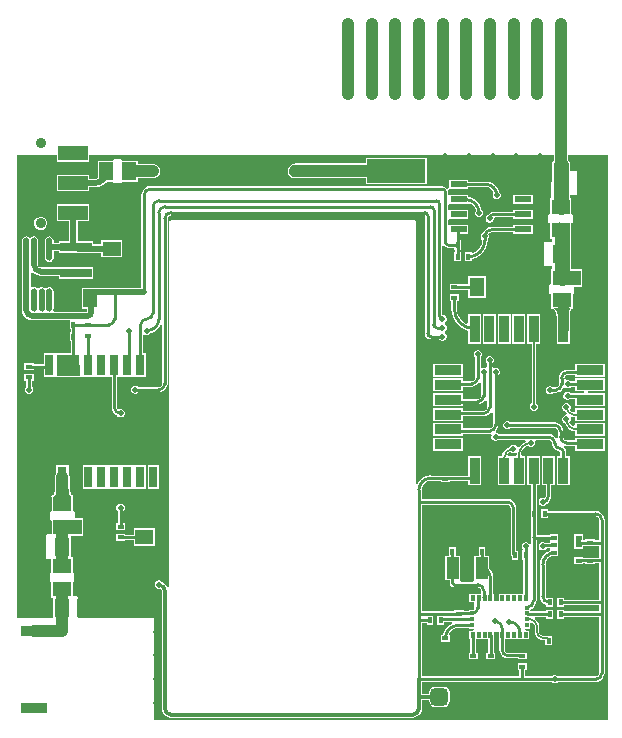
<source format=gbr>
G04*
G04 #@! TF.GenerationSoftware,Altium Limited,Altium Designer,25.8.1 (18)*
G04*
G04 Layer_Physical_Order=1*
G04 Layer_Color=255*
%FSLAX25Y25*%
%MOIN*%
G70*
G04*
G04 #@! TF.SameCoordinates,A86E57CF-C6E6-4710-AEDF-4A901DF70E31*
G04*
G04*
G04 #@! TF.FilePolarity,Positive*
G04*
G01*
G75*
%ADD15C,0.01000*%
%ADD20R,0.05118X0.06299*%
%ADD21R,0.06299X0.05118*%
%ADD22R,0.01968X0.01378*%
%ADD23R,0.09055X0.03543*%
%ADD24R,0.03543X0.09055*%
%ADD25R,0.19685X0.07874*%
%ADD26R,0.02254X0.01438*%
%ADD27R,0.01438X0.02254*%
%ADD28R,0.08661X0.04134*%
G04:AMPARAMS|DCode=29|XSize=59.06mil|YSize=59.06mil|CornerRadius=14.76mil|HoleSize=0mil|Usage=FLASHONLY|Rotation=270.000|XOffset=0mil|YOffset=0mil|HoleType=Round|Shape=RoundedRectangle|*
%AMROUNDEDRECTD29*
21,1,0.05906,0.02953,0,0,270.0*
21,1,0.02953,0.05906,0,0,270.0*
1,1,0.02953,-0.01476,-0.01476*
1,1,0.02953,-0.01476,0.01476*
1,1,0.02953,0.01476,0.01476*
1,1,0.02953,0.01476,-0.01476*
%
%ADD29ROUNDEDRECTD29*%
%ADD30R,0.05750X0.02200*%
G04:AMPARAMS|DCode=31|XSize=76.94mil|YSize=20.31mil|CornerRadius=10.15mil|HoleSize=0mil|Usage=FLASHONLY|Rotation=90.000|XOffset=0mil|YOffset=0mil|HoleType=Round|Shape=RoundedRectangle|*
%AMROUNDEDRECTD31*
21,1,0.07694,0.00000,0,0,90.0*
21,1,0.05664,0.02031,0,0,90.0*
1,1,0.02031,0.00000,0.02832*
1,1,0.02031,0.00000,-0.02832*
1,1,0.02031,0.00000,-0.02832*
1,1,0.02031,0.00000,0.02832*
%
%ADD31ROUNDEDRECTD31*%
%ADD32R,0.01575X0.01900*%
%ADD33R,0.01500X0.01575*%
%ADD34R,0.10630X0.03150*%
%ADD35R,0.09843X0.04724*%
%ADD36R,0.02031X0.07694*%
G04:AMPARAMS|DCode=37|XSize=19.68mil|YSize=19.68mil|CornerRadius=4.92mil|HoleSize=0mil|Usage=FLASHONLY|Rotation=0.000|XOffset=0mil|YOffset=0mil|HoleType=Round|Shape=RoundedRectangle|*
%AMROUNDEDRECTD37*
21,1,0.01968,0.00984,0,0,0.0*
21,1,0.00984,0.01968,0,0,0.0*
1,1,0.00984,0.00492,-0.00492*
1,1,0.00984,-0.00492,-0.00492*
1,1,0.00984,-0.00492,0.00492*
1,1,0.00984,0.00492,0.00492*
%
%ADD37ROUNDEDRECTD37*%
%ADD38R,0.08503X0.03791*%
%ADD39R,0.04134X0.03937*%
%ADD40R,0.04300X0.07500*%
%ADD41R,0.03937X0.05118*%
%ADD42R,0.01968X0.03937*%
%ADD43R,0.19685X0.07874*%
%ADD44R,0.02756X0.07087*%
%ADD45R,0.03150X0.07087*%
%ADD59C,0.03543*%
%ADD61C,0.01002*%
%ADD62C,0.01968*%
%ADD63C,0.01181*%
%ADD64C,0.00591*%
%ADD65C,0.03937*%
%ADD66C,0.05118*%
%ADD67C,0.03543*%
%ADD68C,0.01693*%
%ADD69C,0.01968*%
%ADD70C,0.03937*%
G36*
X184467Y137477D02*
X184319Y137371D01*
X184188Y137194D01*
X184074Y136945D01*
X183978Y136627D01*
X183899Y136237D01*
X183838Y135776D01*
X183768Y134642D01*
X183760Y133969D01*
X180216D01*
X180199Y134642D01*
X180146Y135245D01*
X180057Y135776D01*
X179933Y136237D01*
X179773Y136627D01*
X179579Y136945D01*
X179348Y137194D01*
X179083Y137371D01*
X178781Y137477D01*
X178445Y137512D01*
X184634D01*
X184467Y137477D01*
D02*
G37*
G36*
X196850Y0D02*
X45702D01*
Y33858D01*
X45577Y34160D01*
X45276Y34284D01*
X20281D01*
Y40897D01*
X20125Y41273D01*
X19748Y41429D01*
X18609D01*
Y45981D01*
X18887Y46096D01*
X19043Y46472D01*
Y48835D01*
X18887Y49211D01*
X18609Y49327D01*
Y54445D01*
X17958D01*
Y61502D01*
X21928D01*
Y62171D01*
X22092D01*
Y67092D01*
X21928D01*
Y67605D01*
X19161D01*
Y69479D01*
X19005Y69855D01*
X18726Y69971D01*
Y74460D01*
X18747Y74492D01*
X18736Y74539D01*
X18755Y74585D01*
X18726Y75089D01*
X18539D01*
X18539Y75089D01*
X18539D01*
X18038Y75294D01*
X17961Y75435D01*
X17856Y75723D01*
X17763Y76107D01*
X17688Y76576D01*
X17597Y77798D01*
X17594Y78036D01*
Y81093D01*
X17402Y82053D01*
X17152Y82428D01*
Y85128D01*
X13018D01*
Y82429D01*
X12767Y82053D01*
X12576Y81093D01*
Y78298D01*
X12538Y77139D01*
X12482Y76582D01*
X12406Y76107D01*
X12313Y75723D01*
X12209Y75435D01*
X12131Y75295D01*
X11631Y75089D01*
X11630D01*
X11630Y75089D01*
X11443D01*
X11415Y74585D01*
X11433Y74539D01*
X11423Y74492D01*
X11443Y74460D01*
Y69971D01*
X11165Y69855D01*
X11009Y69479D01*
Y67116D01*
X11165Y66740D01*
X11443Y66625D01*
Y62029D01*
X9986D01*
X9610Y61874D01*
X9454Y61497D01*
Y54410D01*
X9610Y54034D01*
X9986Y53878D01*
X11326D01*
Y49327D01*
X11047Y49211D01*
X10891Y48835D01*
Y46472D01*
X11047Y46096D01*
X11326Y45981D01*
Y40862D01*
X11776D01*
Y34284D01*
X0D01*
Y188550D01*
X13386D01*
Y186221D01*
X24016D01*
Y188550D01*
X178788D01*
Y186913D01*
X178532Y186578D01*
X178224Y185836D01*
X178119Y185039D01*
Y179852D01*
X178025Y179134D01*
Y174114D01*
X177461D01*
Y168996D01*
X177182Y168881D01*
X177026Y168504D01*
Y166142D01*
X177182Y165765D01*
X177461Y165650D01*
Y160532D01*
X178419D01*
Y159636D01*
X178346Y159588D01*
X175984D01*
X175608Y159432D01*
X175452Y159055D01*
Y151969D01*
X175608Y151592D01*
X175984Y151436D01*
X178346D01*
X178419Y151388D01*
Y150591D01*
X177854D01*
Y145472D01*
X177576Y145357D01*
X177420Y144981D01*
Y142618D01*
X177576Y142242D01*
X177854Y142126D01*
Y137008D01*
X178829D01*
X178891Y136986D01*
X179070Y136867D01*
X179237Y136687D01*
X179392Y136433D01*
X179528Y136100D01*
X179640Y135686D01*
X179722Y135191D01*
X179773Y134618D01*
X179780Y134343D01*
Y130512D01*
X179823Y130297D01*
Y125591D01*
X184153D01*
Y130298D01*
X184196Y130512D01*
X184196Y130513D01*
Y134649D01*
X184263Y135735D01*
X184320Y136167D01*
X184392Y136523D01*
X184474Y136794D01*
X184557Y136976D01*
X184581Y137008D01*
X185138D01*
Y142126D01*
X185416Y142242D01*
X185572Y142618D01*
Y144508D01*
X188261D01*
Y150610D01*
X184574D01*
Y160532D01*
X184744D01*
Y165650D01*
X185022Y165765D01*
X185178Y166142D01*
Y168504D01*
X185022Y168881D01*
X184744Y168996D01*
Y174114D01*
X184180D01*
Y175058D01*
X186221D01*
X186597Y175214D01*
X186753Y175591D01*
Y182677D01*
X186597Y183054D01*
X186221Y183210D01*
X184274D01*
Y185039D01*
X184169Y185836D01*
X183862Y186578D01*
X183605Y186913D01*
Y188550D01*
X196850D01*
Y0D01*
D02*
G37*
G36*
X17065Y77774D02*
X17158Y76514D01*
X17240Y76002D01*
X17345Y75569D01*
X17474Y75214D01*
X17626Y74939D01*
X17801Y74742D01*
X18000Y74624D01*
X18222Y74585D01*
X11947D01*
X12169Y74624D01*
X12368Y74742D01*
X12543Y74939D01*
X12695Y75214D01*
X12824Y75569D01*
X12929Y76002D01*
X13011Y76514D01*
X13069Y77104D01*
X13116Y78522D01*
X17053D01*
X17065Y77774D01*
D02*
G37*
%LPC*%
G36*
X34646Y187040D02*
X32283D01*
X31982Y186916D01*
X31857Y186614D01*
Y186614D01*
X26772D01*
Y180711D01*
X26767Y180707D01*
X25853Y180526D01*
X25788Y180539D01*
X24016D01*
Y181890D01*
X13386D01*
Y176378D01*
X24016D01*
Y177729D01*
X25788D01*
Y177710D01*
X27175Y177893D01*
X28468Y178428D01*
X29578Y179280D01*
X29768Y179528D01*
X31857D01*
Y179528D01*
X31982Y179226D01*
X32283Y179101D01*
X34646D01*
X34947Y179226D01*
X35072Y179528D01*
Y179528D01*
X40157D01*
Y180662D01*
X45276D01*
X45508Y180709D01*
X45746D01*
X45965Y180799D01*
X46197Y180846D01*
X46395Y180977D01*
X46614Y181068D01*
X46781Y181236D01*
X46979Y181368D01*
X47110Y181565D01*
X47278Y181733D01*
X47369Y181952D01*
X47501Y182149D01*
X47547Y182382D01*
X47638Y182601D01*
Y182838D01*
X47684Y183071D01*
X47638Y183303D01*
Y183541D01*
X47547Y183760D01*
X47501Y183993D01*
X47369Y184190D01*
X47278Y184409D01*
X47110Y184577D01*
X46979Y184774D01*
X46781Y184906D01*
X46614Y185073D01*
X46395Y185164D01*
X46197Y185296D01*
X45965Y185342D01*
X45746Y185433D01*
X45508D01*
X45276Y185479D01*
X40157D01*
Y186614D01*
X35072D01*
Y186614D01*
X34947Y186916D01*
X34646Y187040D01*
D02*
G37*
G36*
X136626Y187620D02*
X116154D01*
Y185698D01*
X92738D01*
X92381Y185627D01*
X92064Y185585D01*
X91966Y185544D01*
X91817Y185514D01*
X91690Y185430D01*
X91437Y185325D01*
X90898Y184911D01*
X90484Y184372D01*
X90224Y183745D01*
X90215Y183681D01*
X90158Y183541D01*
Y183240D01*
X90135Y183071D01*
X90111D01*
X90158Y182601D01*
X90183Y182539D01*
X90248Y182382D01*
X90294Y182149D01*
X90426Y181952D01*
X90517Y181733D01*
X90685Y181565D01*
X90817Y181368D01*
X91014Y181236D01*
X91182Y181068D01*
X91401Y180977D01*
X91598Y180846D01*
X91831Y180799D01*
X92050Y180709D01*
X92220D01*
X92289Y180708D01*
X92520Y180662D01*
X92729Y180704D01*
X92738Y180696D01*
X92990Y180709D01*
X93205Y180798D01*
X93247Y180807D01*
X93247Y180807D01*
X93441Y180846D01*
X93494Y180881D01*
X116154D01*
Y178959D01*
X136626D01*
Y187620D01*
D02*
G37*
G36*
X150418Y180155D02*
X143880D01*
Y177682D01*
X143880Y177673D01*
X143880Y177673D01*
X143880Y177339D01*
X143329Y177172D01*
X143086Y177535D01*
X142465Y177950D01*
X141732Y178096D01*
Y178077D01*
X137008D01*
X52165Y178077D01*
X44291D01*
Y178084D01*
X43544Y177985D01*
X42848Y177697D01*
X42250Y177238D01*
X41791Y176640D01*
X41503Y175944D01*
X41404Y175197D01*
X41412D01*
Y144122D01*
X27362D01*
Y144291D01*
X21457D01*
Y137205D01*
X23201D01*
Y136248D01*
X12366D01*
X12058Y136771D01*
X12060Y136799D01*
X12165Y137325D01*
Y142988D01*
X12056Y143538D01*
X11744Y144004D01*
X11278Y144316D01*
X10728Y144425D01*
X10178Y144316D01*
X9806Y144067D01*
X9449Y144020D01*
X9091Y144067D01*
X8719Y144316D01*
X8169Y144425D01*
X7620Y144316D01*
X7247Y144067D01*
X6890Y144020D01*
X6532Y144067D01*
X6160Y144316D01*
X5610Y144425D01*
X5060Y144316D01*
X5012Y144283D01*
X4814Y144324D01*
X4456Y144575D01*
Y149437D01*
X5007Y149624D01*
X5277Y149273D01*
X6037Y148689D01*
X6923Y148322D01*
X7874Y148197D01*
Y148201D01*
X13976D01*
Y147244D01*
X25394D01*
Y151181D01*
X13976D01*
Y151011D01*
X7874D01*
Y151018D01*
X7548Y151083D01*
X7271Y151268D01*
X7087Y151544D01*
X7022Y151870D01*
X7015D01*
Y154096D01*
X7047Y154256D01*
Y159920D01*
X6938Y160469D01*
X6626Y160935D01*
X6160Y161247D01*
X5610Y161356D01*
X5060Y161247D01*
X4688Y160998D01*
X4331Y160951D01*
X3973Y160998D01*
X3601Y161247D01*
X3051Y161356D01*
X2501Y161247D01*
X2035Y160935D01*
X1724Y160469D01*
X1615Y159920D01*
Y154256D01*
X1646Y154096D01*
Y144397D01*
X1642D01*
Y135915D01*
X1750D01*
X1757Y135865D01*
X2084Y135075D01*
X2605Y134396D01*
X3283Y133876D01*
X4073Y133548D01*
X4921Y133437D01*
Y133438D01*
X17048D01*
X17588Y133410D01*
Y130369D01*
X17789D01*
Y129473D01*
X17588D01*
Y126432D01*
X17789D01*
Y122841D01*
X17447Y122432D01*
X17053D01*
Y122432D01*
X16896Y122432D01*
X13116D01*
Y122432D01*
X13077Y122428D01*
X12526Y122432D01*
Y122432D01*
X8982D01*
Y118840D01*
X5458D01*
Y119042D01*
X2416D01*
Y116816D01*
X5458D01*
Y117018D01*
X8982D01*
Y114558D01*
X12458D01*
X12526Y114558D01*
X13059Y114548D01*
X13360Y114423D01*
X20860D01*
X21161Y114548D01*
X21165Y114558D01*
X21384Y114558D01*
X21778D01*
X21935Y114558D01*
X25557D01*
X25715Y114558D01*
X26108D01*
X26266Y114558D01*
X29888D01*
X30045Y114558D01*
X30439D01*
X30597Y114558D01*
X31496D01*
Y104403D01*
X31489D01*
X31589Y103637D01*
X31885Y102923D01*
X32356Y102310D01*
X32969Y101840D01*
X33216Y101737D01*
X33281Y101582D01*
X33668Y101194D01*
X34175Y100984D01*
X34723D01*
X35229Y101194D01*
X35617Y101582D01*
X35827Y102088D01*
Y102636D01*
X35617Y103143D01*
X35229Y103530D01*
X34723Y103740D01*
X34175D01*
X33737Y103559D01*
X33658Y103612D01*
X33415Y103975D01*
X33330Y104403D01*
X33319D01*
Y114558D01*
X34219D01*
X34376Y114558D01*
X34770D01*
X34927Y114558D01*
X38549D01*
X38707Y114558D01*
X39101D01*
X39258Y114558D01*
X43038D01*
Y122432D01*
X41980D01*
Y128520D01*
X42527Y128753D01*
X43033Y128543D01*
X43581D01*
X44088Y128753D01*
X44474Y129139D01*
X44568Y129152D01*
X45743Y129639D01*
X46752Y130413D01*
X47527Y131422D01*
X47750Y131962D01*
X48301Y131852D01*
Y112205D01*
X48289D01*
X48209Y111805D01*
X47983Y111466D01*
X47644Y111239D01*
X47244Y111160D01*
Y111147D01*
X40408D01*
X40151Y111404D01*
X39644Y111614D01*
X39096D01*
X38590Y111404D01*
X38202Y111017D01*
X37992Y110510D01*
Y109962D01*
X38202Y109456D01*
X38590Y109068D01*
X39096Y108858D01*
X39644D01*
X40151Y109068D01*
X40408Y109325D01*
X47244D01*
Y109318D01*
X47991Y109416D01*
X48687Y109705D01*
X49285Y110163D01*
X49744Y110761D01*
X50033Y111458D01*
X50131Y112205D01*
X50124D01*
Y167323D01*
X50136D01*
X50216Y167723D01*
X50442Y168062D01*
X50781Y168288D01*
X51181Y168368D01*
Y168380D01*
X135827D01*
Y168351D01*
X135858Y168338D01*
X135871Y168307D01*
X135900D01*
Y128937D01*
X135880D01*
X136026Y128204D01*
X136441Y127583D01*
X137063Y127168D01*
X137795Y127022D01*
Y127042D01*
X140695D01*
X140952Y126785D01*
X141458Y126575D01*
X142006D01*
X142513Y126785D01*
X142901Y127172D01*
X143110Y127679D01*
Y128227D01*
X142901Y128733D01*
X142513Y129121D01*
X142489Y129131D01*
Y129727D01*
X142513Y129737D01*
X142901Y130125D01*
X143110Y130631D01*
Y131180D01*
X142901Y131686D01*
X142513Y132074D01*
X142489Y132084D01*
Y132680D01*
X142513Y132690D01*
X142901Y133078D01*
X143110Y133584D01*
Y134132D01*
X142901Y134639D01*
X142513Y135026D01*
X142006Y135236D01*
X141659D01*
Y158132D01*
X142210Y158299D01*
X142347Y158095D01*
X142968Y157680D01*
X143701Y157534D01*
Y157553D01*
X145722D01*
Y156944D01*
X145923D01*
Y156048D01*
X145722D01*
Y153007D01*
X147948D01*
Y156048D01*
X147746D01*
Y156944D01*
X147948D01*
Y159985D01*
X147746D01*
Y162168D01*
X150418D01*
Y165155D01*
X143880D01*
X143628Y165602D01*
Y166721D01*
X143880Y167168D01*
X144179Y167168D01*
X150418D01*
Y170155D01*
X144179D01*
X143880Y170155D01*
X143628Y170602D01*
Y171721D01*
X143880Y172168D01*
X144179Y172168D01*
X150418D01*
Y172168D01*
X150831Y172444D01*
X151246Y172272D01*
X151982Y171707D01*
X152547Y170970D01*
X152903Y170113D01*
X152903Y170108D01*
X152769Y169974D01*
X152559Y169467D01*
Y168919D01*
X152769Y168412D01*
X153156Y168025D01*
X153663Y167815D01*
X154211D01*
X154718Y168025D01*
X155105Y168412D01*
X155315Y168919D01*
Y169467D01*
X155105Y169974D01*
X154724Y170355D01*
X154693Y170593D01*
X154152Y171897D01*
X153293Y173017D01*
X152173Y173877D01*
X150868Y174417D01*
X150418Y174476D01*
Y175155D01*
X144179D01*
X143880Y175155D01*
X143628Y175602D01*
Y176162D01*
X143647Y176181D01*
X143647D01*
X143551Y176663D01*
X143532Y176761D01*
X143913Y177137D01*
X143970Y177168D01*
X144361Y177168D01*
X150418D01*
Y177750D01*
X156280D01*
Y177740D01*
X156963Y177650D01*
X157600Y177386D01*
X158148Y176967D01*
X158568Y176419D01*
X158757Y175962D01*
X158674Y175879D01*
X158465Y175373D01*
Y174824D01*
X158674Y174318D01*
X159062Y173930D01*
X159568Y173721D01*
X160117D01*
X160623Y173930D01*
X161011Y174318D01*
X161221Y174824D01*
Y175373D01*
X161011Y175879D01*
X160623Y176267D01*
X160619Y176268D01*
X160172Y177346D01*
X159458Y178277D01*
X158527Y178991D01*
X157443Y179440D01*
X156280Y179594D01*
Y179573D01*
X150418D01*
Y180155D01*
D02*
G37*
G36*
X171868Y175155D02*
X165330D01*
Y172168D01*
X171868D01*
Y175155D01*
D02*
G37*
G36*
Y170155D02*
X165330D01*
Y169573D01*
X158819D01*
Y169599D01*
X157948Y169426D01*
X157210Y168932D01*
X156997Y168614D01*
X156700Y168491D01*
X156312Y168103D01*
X156102Y167597D01*
Y167049D01*
X156312Y166542D01*
X156700Y166155D01*
X157206Y165945D01*
X157754D01*
X158261Y166155D01*
X158649Y166542D01*
X158858Y167049D01*
X158858Y167597D01*
X159368Y167750D01*
X165330D01*
Y167168D01*
X171868D01*
Y170155D01*
D02*
G37*
G36*
Y165155D02*
X165330D01*
Y164573D01*
X158248D01*
Y164583D01*
X157403Y164472D01*
X156616Y164146D01*
X155940Y163627D01*
X155421Y162951D01*
X155251Y162539D01*
X155125Y162487D01*
X154737Y162099D01*
X154528Y161593D01*
Y161045D01*
X154737Y160538D01*
X154994Y160281D01*
Y160024D01*
X154998Y160003D01*
X154845Y158835D01*
X154386Y157728D01*
X153656Y156777D01*
X152705Y156047D01*
X152074Y155786D01*
X151522Y156048D01*
Y156048D01*
X149297D01*
Y153007D01*
X151522D01*
Y153713D01*
X151662Y153726D01*
X152866Y154092D01*
X153977Y154685D01*
X154950Y155483D01*
X155748Y156456D01*
X156341Y157566D01*
X156707Y158771D01*
X156830Y160024D01*
X156830D01*
X157028Y160493D01*
X157074Y160538D01*
X157283Y161045D01*
Y161593D01*
X157079Y162087D01*
X157239Y162327D01*
X157702Y162637D01*
X158248Y162745D01*
Y162750D01*
X165330D01*
Y162168D01*
X171868D01*
Y165155D01*
D02*
G37*
G36*
X8305Y167913D02*
X7443D01*
X6647Y167584D01*
X6038Y166975D01*
X5709Y166179D01*
Y165317D01*
X6038Y164522D01*
X6647Y163912D01*
X7443Y163583D01*
X8305D01*
X9101Y163912D01*
X9710Y164522D01*
X10039Y165317D01*
Y166179D01*
X9710Y166975D01*
X9101Y167584D01*
X8305Y167913D01*
D02*
G37*
G36*
X24016Y172047D02*
X13386D01*
Y166535D01*
X17296D01*
Y159843D01*
X13976D01*
Y159279D01*
X12165D01*
Y159920D01*
X12056Y160469D01*
X11744Y160935D01*
X11278Y161247D01*
X10728Y161356D01*
X10178Y161247D01*
X9712Y160935D01*
X9401Y160469D01*
X9292Y159920D01*
Y154256D01*
X9401Y153706D01*
X9712Y153240D01*
X10178Y152929D01*
X10728Y152819D01*
X11278Y152929D01*
X11744Y153240D01*
X12056Y153706D01*
X12165Y154256D01*
Y156469D01*
X13976D01*
Y155906D01*
X20081D01*
X20276Y155867D01*
Y155878D01*
X27953D01*
Y154331D01*
X35039D01*
Y160236D01*
X27953D01*
Y158688D01*
X25394D01*
Y159843D01*
X20106D01*
Y166535D01*
X24016D01*
Y172047D01*
D02*
G37*
G36*
X156299Y148031D02*
X150394D01*
Y145415D01*
X147190D01*
Y145617D01*
X144149D01*
Y143391D01*
X147190D01*
Y143593D01*
X150394D01*
Y140945D01*
X156299D01*
Y148031D01*
D02*
G37*
G36*
X169389Y135433D02*
X165059D01*
Y125591D01*
X169389D01*
Y135433D01*
D02*
G37*
G36*
X164468D02*
X160138D01*
Y125591D01*
X164468D01*
Y135433D01*
D02*
G37*
G36*
X159546D02*
X155216D01*
Y125591D01*
X159546D01*
Y135433D01*
D02*
G37*
G36*
X147190Y142042D02*
X144149D01*
Y139816D01*
X144758D01*
Y137303D01*
X144738D01*
X144887Y135796D01*
X145326Y134348D01*
X146040Y133013D01*
X147000Y131843D01*
X148170Y130882D01*
X149505Y130169D01*
X150295Y129929D01*
Y125591D01*
X154625D01*
Y135433D01*
X150295D01*
Y132455D01*
X149744Y132125D01*
X149196Y132417D01*
X148306Y133148D01*
X147575Y134038D01*
X147032Y135054D01*
X146698Y136156D01*
X146585Y137303D01*
X146581D01*
Y139816D01*
X147190D01*
Y142042D01*
D02*
G37*
G36*
X195767Y118898D02*
X185925D01*
Y116955D01*
X183465D01*
Y116962D01*
X182717Y116863D01*
X182021Y116575D01*
X181423Y116116D01*
X180964Y115518D01*
X180676Y114822D01*
X180578Y114075D01*
X180585D01*
Y112106D01*
X180572D01*
X180493Y111706D01*
X180266Y111367D01*
X179927Y111141D01*
X179528Y111061D01*
Y111049D01*
X178597D01*
X178340Y111306D01*
X177833Y111516D01*
X177285D01*
X176778Y111306D01*
X176391Y110918D01*
X176181Y110412D01*
Y109864D01*
X176391Y109357D01*
X176778Y108970D01*
X177285Y108760D01*
X177833D01*
X178340Y108970D01*
X178597Y109227D01*
X179528D01*
Y109219D01*
X180275Y109318D01*
X180971Y109606D01*
X181569Y110065D01*
X182028Y110663D01*
X182111Y110863D01*
X182551Y110951D01*
X182730Y110919D01*
X183191Y110728D01*
X183739D01*
X184245Y110938D01*
X184502Y111195D01*
X185925D01*
Y109646D01*
X188793D01*
X189029Y109094D01*
X189016Y109081D01*
X184502D01*
X184245Y109337D01*
X183739Y109547D01*
X183191D01*
X182684Y109337D01*
X182296Y108950D01*
X182087Y108443D01*
Y107895D01*
X182296Y107389D01*
X182684Y107001D01*
X183191Y106791D01*
X183739D01*
X184245Y107001D01*
X184502Y107258D01*
X185925D01*
Y104725D01*
X195767D01*
Y109055D01*
X190173D01*
X190132Y109094D01*
X190354Y109646D01*
X195767D01*
Y113976D01*
X185925D01*
Y113017D01*
X184502D01*
X184245Y113275D01*
X183739Y113484D01*
X183191D01*
X183110Y113451D01*
X182561Y113711D01*
X182420Y114075D01*
X182499Y114475D01*
X182726Y114814D01*
X183065Y115040D01*
X183465Y115120D01*
Y115132D01*
X185925D01*
Y114568D01*
X195767D01*
Y118898D01*
D02*
G37*
G36*
X148523D02*
X138681D01*
Y114568D01*
X148523D01*
Y118898D01*
D02*
G37*
G36*
X153817Y123425D02*
X153269D01*
X152763Y123215D01*
X152375Y122828D01*
X152165Y122321D01*
Y121773D01*
X152375Y121267D01*
X152632Y121010D01*
Y114173D01*
X152620D01*
X152540Y113773D01*
X152314Y113434D01*
X151975Y113208D01*
X151575Y113128D01*
Y113116D01*
X148523D01*
Y113976D01*
X138681D01*
Y109646D01*
X148523D01*
Y111293D01*
X151575D01*
Y111286D01*
X152322Y111385D01*
X153018Y111673D01*
X153616Y112132D01*
X154049Y112697D01*
X154108Y112699D01*
X154601Y112422D01*
Y108268D01*
X154588D01*
X154509Y107868D01*
X154282Y107529D01*
X153943Y107302D01*
X153543Y107223D01*
Y107210D01*
X148523D01*
Y109055D01*
X138681D01*
Y104725D01*
X148523D01*
Y105388D01*
X153543D01*
Y105381D01*
X154290Y105479D01*
X154987Y105768D01*
X155585Y106226D01*
X156018Y106791D01*
X156076Y106794D01*
X156569Y106516D01*
Y104331D01*
X156557D01*
X156477Y103931D01*
X156251Y103592D01*
X155912Y103365D01*
X155512Y103286D01*
Y103273D01*
X148523D01*
Y104134D01*
X138681D01*
Y99804D01*
X148523D01*
Y101451D01*
X155512D01*
Y101444D01*
X156259Y101542D01*
X156955Y101831D01*
X157553Y102289D01*
X157986Y102854D01*
X158045Y102857D01*
X158538Y102579D01*
Y98425D01*
X158525D01*
X158446Y98025D01*
X158219Y97686D01*
X157880Y97460D01*
X157480Y97380D01*
Y97368D01*
X148523D01*
Y99212D01*
X138681D01*
Y94882D01*
X148523D01*
Y95546D01*
X157480D01*
Y95538D01*
X157862Y95588D01*
X157905Y95555D01*
X158201Y95077D01*
X158071Y94762D01*
Y94214D01*
X158281Y93708D01*
X158668Y93320D01*
X159175Y93110D01*
X159723D01*
X160229Y93320D01*
X160486Y93577D01*
X169125D01*
X169585Y93026D01*
X169561Y92894D01*
X168877Y92611D01*
X167890Y91854D01*
X167242Y91008D01*
X166762Y91023D01*
X166627Y91081D01*
X166523Y91332D01*
X166135Y91719D01*
X165628Y91929D01*
X165080D01*
X164574Y91719D01*
X164186Y91332D01*
X164052Y91009D01*
X163468Y90767D01*
X162687Y90167D01*
X162087Y89386D01*
X161711Y88476D01*
X161673Y88189D01*
X160138D01*
Y78347D01*
X164468D01*
Y88189D01*
X163697D01*
X163402Y88740D01*
X163687Y89167D01*
X164348Y89609D01*
X164574Y89383D01*
X165080Y89173D01*
X165628D01*
X166052Y89349D01*
X166351Y89209D01*
X166567Y89036D01*
X166494Y88484D01*
X166066Y88189D01*
X165059D01*
Y78347D01*
X169389D01*
Y88189D01*
X168364D01*
X168342Y88204D01*
X167968Y88740D01*
X168048Y89345D01*
X168380Y90147D01*
X168909Y90835D01*
X169597Y91364D01*
X170212Y91619D01*
X170479Y91351D01*
X170986Y91142D01*
X171534D01*
X172040Y91351D01*
X172428Y91739D01*
X172638Y92246D01*
Y92794D01*
X172542Y93026D01*
X172871Y93577D01*
X177165D01*
Y93565D01*
X177565Y93485D01*
X177904Y93259D01*
X178070Y93011D01*
X178200Y92573D01*
X178210Y92520D01*
X178216Y92520D01*
X178314Y91773D01*
X178602Y91076D01*
X179061Y90478D01*
X179659Y90020D01*
X180355Y89731D01*
X181050Y89640D01*
X181058Y89621D01*
X181077Y89613D01*
Y88189D01*
X179823D01*
Y78347D01*
X184153D01*
Y88189D01*
X182899D01*
Y89665D01*
X182917D01*
X182779Y90360D01*
X182385Y90948D01*
X182200Y91072D01*
X182280Y91682D01*
X182324Y91700D01*
X182379Y91692D01*
X183071Y91601D01*
Y91609D01*
X185925D01*
Y89961D01*
X195767D01*
Y94291D01*
X185925D01*
Y93431D01*
X183071D01*
Y93443D01*
X182671Y93523D01*
X182332Y93749D01*
X182106Y94088D01*
X182026Y94488D01*
X182014D01*
Y96457D01*
X182021D01*
X181922Y97204D01*
X181634Y97900D01*
X181175Y98498D01*
X180577Y98957D01*
X179881Y99245D01*
X179134Y99344D01*
Y99336D01*
X164423D01*
X164166Y99593D01*
X163660Y99803D01*
X163112D01*
X162605Y99593D01*
X162218Y99206D01*
X162008Y98699D01*
Y98151D01*
X162218Y97645D01*
X162605Y97257D01*
X163112Y97047D01*
X163660D01*
X164166Y97257D01*
X164423Y97514D01*
X179134D01*
Y97502D01*
X179534Y97422D01*
X179873Y97196D01*
X180099Y96857D01*
X180179Y96457D01*
X180191D01*
Y94488D01*
X180184D01*
X180249Y93995D01*
X179712Y93851D01*
X179666Y93963D01*
X179207Y94561D01*
X178609Y95020D01*
X177912Y95308D01*
X177165Y95407D01*
Y95399D01*
X160486D01*
X160229Y95656D01*
X159723Y95866D01*
X159579Y96237D01*
X159547Y96417D01*
X159980Y96982D01*
X160269Y97678D01*
X160367Y98425D01*
X160360D01*
Y115104D01*
X160617Y115361D01*
X160827Y115868D01*
Y116416D01*
X160617Y116922D01*
X160229Y117310D01*
X159723Y117520D01*
X159175D01*
X158943Y117424D01*
X158391Y117753D01*
Y119041D01*
X158649Y119298D01*
X158858Y119805D01*
Y120353D01*
X158649Y120859D01*
X158261Y121247D01*
X157754Y121457D01*
X157206D01*
X156700Y121247D01*
X156312Y120859D01*
X156102Y120353D01*
Y119805D01*
X156312Y119298D01*
X156569Y119041D01*
Y117753D01*
X156018Y117424D01*
X155786Y117520D01*
X155238D01*
X155006Y117424D01*
X154455Y117753D01*
Y121010D01*
X154711Y121267D01*
X154921Y121773D01*
Y122321D01*
X154711Y122828D01*
X154324Y123215D01*
X153817Y123425D01*
D02*
G37*
G36*
X5458Y115467D02*
X2416D01*
Y113242D01*
X3026D01*
Y111274D01*
X2769Y111017D01*
X2559Y110510D01*
Y109962D01*
X2769Y109456D01*
X3156Y109068D01*
X3663Y108858D01*
X4211D01*
X4718Y109068D01*
X5105Y109456D01*
X5315Y109962D01*
Y110510D01*
X5105Y111017D01*
X4848Y111274D01*
Y113242D01*
X5458D01*
Y115467D01*
D02*
G37*
G36*
X174310Y135433D02*
X169980D01*
Y125591D01*
X171443D01*
Y105675D01*
X171076Y105308D01*
X170866Y104802D01*
Y104253D01*
X171076Y103747D01*
X171464Y103359D01*
X171970Y103150D01*
X172518D01*
X173025Y103359D01*
X173412Y103747D01*
X173622Y104253D01*
Y104802D01*
X173412Y105308D01*
X173025Y105696D01*
X172848Y105769D01*
Y125591D01*
X174310D01*
Y135433D01*
D02*
G37*
G36*
X183345Y105709D02*
X182797D01*
X182290Y105499D01*
X181903Y105111D01*
X181693Y104605D01*
Y104057D01*
X181903Y103550D01*
X182290Y103163D01*
X182682Y103000D01*
X182768Y102792D01*
X183128Y102323D01*
X182911Y101794D01*
X182890Y101772D01*
X182797D01*
X182290Y101562D01*
X181903Y101174D01*
X181693Y100668D01*
Y100120D01*
X181903Y99613D01*
X182290Y99225D01*
X182584Y99104D01*
X182892Y98358D01*
X183539Y97515D01*
X184382Y96868D01*
X185364Y96462D01*
X185925Y96388D01*
Y94882D01*
X195767D01*
Y99212D01*
X185925D01*
Y98372D01*
X185374Y98003D01*
X185102Y98116D01*
X184558Y98534D01*
X184140Y99079D01*
X184012Y99386D01*
X184239Y99613D01*
X184449Y100120D01*
Y100668D01*
X184363Y100875D01*
X184476Y101075D01*
X184766Y101341D01*
X185433Y101253D01*
Y101253D01*
X185925Y101111D01*
Y99804D01*
X195767D01*
Y104134D01*
X185925D01*
Y102818D01*
X185821Y102788D01*
X185374Y102688D01*
X184800Y102802D01*
X184480Y103016D01*
X184239Y103550D01*
X184449Y104057D01*
Y104605D01*
X184239Y105111D01*
X183851Y105499D01*
X183345Y105709D01*
D02*
G37*
G36*
X148523Y94291D02*
X138681D01*
Y89961D01*
X148523D01*
Y94291D01*
D02*
G37*
G36*
X39101Y85030D02*
X38707D01*
X38549Y85030D01*
X34927D01*
X34770Y85030D01*
X34376D01*
X34219Y85030D01*
X30597D01*
X30439Y85030D01*
X30045D01*
X29888Y85030D01*
X26266D01*
X26108Y85030D01*
X25715D01*
X25557Y85030D01*
X21778D01*
Y77156D01*
X25557D01*
X25715Y77156D01*
X26108D01*
X26266Y77156D01*
X29888D01*
X30045Y77156D01*
X30439D01*
X30597Y77156D01*
X34219D01*
X34376Y77156D01*
X34770D01*
X34927Y77156D01*
X38549D01*
X38707Y77156D01*
X39101D01*
X39258Y77156D01*
X43038D01*
Y85030D01*
X39258D01*
X39101Y85030D01*
D02*
G37*
G36*
X47171Y85030D02*
X43628D01*
Y77156D01*
X47171D01*
Y85030D01*
D02*
G37*
G36*
X179232Y88189D02*
X174902D01*
Y78347D01*
X176156D01*
Y74705D01*
X176142D01*
X176107Y74531D01*
X175586Y74165D01*
X175471Y74213D01*
X174923D01*
X174416Y74003D01*
X174029Y73615D01*
X173819Y73109D01*
Y72561D01*
X174029Y72054D01*
X174416Y71667D01*
X174923Y71457D01*
X175471D01*
X175977Y71667D01*
X176365Y72054D01*
X176436Y72227D01*
X176591Y72291D01*
X177168Y72734D01*
X177611Y73311D01*
X177890Y73983D01*
X177985Y74705D01*
X177978D01*
Y78347D01*
X179232D01*
Y88189D01*
D02*
G37*
G36*
X34723Y72244D02*
X34175D01*
X33668Y72034D01*
X33281Y71647D01*
X33071Y71140D01*
Y70592D01*
X33281Y70086D01*
X33538Y69829D01*
Y65711D01*
X32928D01*
Y63485D01*
X35969D01*
Y65711D01*
X35360D01*
Y69829D01*
X35617Y70086D01*
X35827Y70592D01*
Y71140D01*
X35617Y71647D01*
X35229Y72034D01*
X34723Y72244D01*
D02*
G37*
G36*
X45866Y64173D02*
X38780D01*
Y61935D01*
X35969D01*
Y62137D01*
X32928D01*
Y59911D01*
X35969D01*
Y60112D01*
X38780D01*
Y58268D01*
X45866D01*
Y64173D01*
D02*
G37*
G36*
X132433Y166765D02*
X51181D01*
X50880Y166640D01*
X50755Y166339D01*
Y43484D01*
X50204Y43448D01*
X50121Y44078D01*
X49823Y44796D01*
X49350Y45413D01*
X48733Y45886D01*
X48431Y46012D01*
X48412Y46056D01*
X48025Y46444D01*
X47518Y46654D01*
X46970D01*
X46464Y46444D01*
X46076Y46056D01*
X45866Y45550D01*
Y45002D01*
X46076Y44495D01*
X46464Y44107D01*
X46970Y43898D01*
X47518D01*
X47662Y43957D01*
X48137Y43607D01*
X48197Y43307D01*
X48209D01*
Y3937D01*
X48203D01*
X48304Y3166D01*
X48602Y2448D01*
X49075Y1831D01*
X49692Y1358D01*
X50410Y1060D01*
X51181Y959D01*
Y965D01*
X131890D01*
Y959D01*
X132661Y1060D01*
X133379Y1358D01*
X133996Y1831D01*
X134469Y2448D01*
X134766Y3166D01*
X134868Y3937D01*
X134862D01*
Y6870D01*
X137365D01*
Y6398D01*
X137510Y5668D01*
X137923Y5049D01*
X138542Y4636D01*
X139272Y4491D01*
X142224D01*
X142954Y4636D01*
X143573Y5049D01*
X143986Y5668D01*
X144131Y6398D01*
Y9350D01*
X143986Y10080D01*
X143573Y10699D01*
X142954Y11112D01*
X142224Y11257D01*
X139272D01*
X138542Y11112D01*
X137923Y10699D01*
X137510Y10080D01*
X137365Y9350D01*
Y8878D01*
X134862D01*
Y12868D01*
X178096D01*
X178353Y12611D01*
X178860Y12402D01*
X179408D01*
X179914Y12611D01*
X180171Y12868D01*
X192913D01*
Y12861D01*
X193661Y12959D01*
X194357Y13248D01*
X194955Y13707D01*
X195413Y14305D01*
X195702Y15001D01*
X195800Y15748D01*
X195793D01*
Y35418D01*
Y39370D01*
Y53331D01*
Y59146D01*
Y66929D01*
X195800D01*
X195702Y67676D01*
X195413Y68373D01*
X194955Y68971D01*
X194357Y69429D01*
X193661Y69718D01*
X192913Y69816D01*
Y69809D01*
X176916D01*
Y70418D01*
X174690D01*
Y67377D01*
X176916D01*
Y67986D01*
X192913D01*
Y67974D01*
X193313Y67895D01*
X193652Y67668D01*
X193879Y67329D01*
X193958Y66929D01*
X193971D01*
Y60057D01*
X192465D01*
Y60349D01*
X189424D01*
Y60057D01*
X188484D01*
Y62008D01*
X185728D01*
Y59843D01*
X185728Y59843D01*
Y59449D01*
X185728D01*
X185728Y59291D01*
Y57284D01*
X188484D01*
Y58235D01*
X189424D01*
Y58123D01*
X192465D01*
Y58235D01*
X193971D01*
Y54242D01*
X192465D01*
Y54263D01*
X189424D01*
Y54242D01*
X188484D01*
Y54331D01*
X185728D01*
Y52165D01*
X188484D01*
Y52420D01*
X189424D01*
Y52037D01*
X192465D01*
Y52420D01*
X193971D01*
Y40281D01*
X182215D01*
Y40891D01*
X179990D01*
Y37850D01*
X182215D01*
Y38459D01*
X193971D01*
Y36329D01*
X182215D01*
Y36938D01*
X179990D01*
Y33897D01*
X182215D01*
Y34506D01*
X193971D01*
Y15748D01*
X193958D01*
X193879Y15348D01*
X193652Y15009D01*
X193313Y14783D01*
X192913Y14703D01*
Y14691D01*
X180171D01*
X179914Y14948D01*
X179408Y15157D01*
X178860D01*
X178353Y14948D01*
X178096Y14691D01*
X169218D01*
Y16785D01*
X169828D01*
Y19011D01*
X166787D01*
Y16785D01*
X167396D01*
Y14691D01*
X134769D01*
Y32553D01*
X136470D01*
Y31944D01*
X138696D01*
Y34703D01*
X140045D01*
Y31944D01*
X142270D01*
Y32771D01*
X144967D01*
X145077Y32220D01*
X144415Y31946D01*
X143323Y31108D01*
X142484Y30015D01*
X141957Y28743D01*
X141924Y28491D01*
X141196D01*
Y26265D01*
X144237D01*
Y28491D01*
X144237D01*
X143993Y28856D01*
X144089Y29089D01*
X144633Y29797D01*
X145342Y30341D01*
X146167Y30683D01*
X147052Y30799D01*
Y30803D01*
X150440D01*
Y30533D01*
X152198D01*
X152225Y30411D01*
X151783Y29860D01*
X150645D01*
Y27173D01*
X151057D01*
Y22585D01*
X150448D01*
Y20360D01*
X153489D01*
Y22585D01*
X152880D01*
Y27173D01*
X156963D01*
Y22585D01*
X156353D01*
Y20360D01*
X159395D01*
Y22585D01*
X158785D01*
Y27173D01*
X158912D01*
Y29590D01*
X160487D01*
Y27173D01*
X160757D01*
Y23371D01*
X160752D01*
X160842Y22689D01*
X161105Y22054D01*
X161524Y21509D01*
X162069Y21090D01*
X162704Y20827D01*
X163386Y20737D01*
Y20742D01*
X166787D01*
Y20360D01*
X169828D01*
Y22585D01*
X166787D01*
Y22565D01*
X163386D01*
Y22582D01*
X163084Y22642D01*
X162828Y22813D01*
X162657Y23069D01*
X162597Y23371D01*
X162580D01*
Y27173D01*
X170724D01*
Y29860D01*
X169554D01*
X169112Y30411D01*
X169139Y30533D01*
X170928D01*
Y32436D01*
X170983Y32540D01*
X171479Y32885D01*
X171607Y32859D01*
X172085Y32539D01*
X172405Y32061D01*
X172518Y31496D01*
X172526D01*
Y29528D01*
X172517D01*
X172608Y28834D01*
X172876Y28187D01*
X173301Y27632D01*
X173857Y27206D01*
X174503Y26939D01*
X175197Y26847D01*
Y26857D01*
X176052D01*
Y25054D01*
X178278D01*
Y28095D01*
X176917D01*
X176834Y28151D01*
X176181Y28281D01*
Y28262D01*
X175197D01*
Y28274D01*
X174717Y28369D01*
X174310Y28641D01*
X174039Y29048D01*
X173943Y29528D01*
X173931D01*
Y31496D01*
X173942D01*
X173843Y32247D01*
X173554Y32946D01*
X173093Y33547D01*
X172561Y33955D01*
X172577Y34199D01*
X172713Y34506D01*
X176415D01*
Y33897D01*
X178640D01*
Y36938D01*
X176415D01*
Y36329D01*
X170928D01*
Y36924D01*
X171467Y37148D01*
X172165Y37683D01*
X172700Y38380D01*
X173036Y39192D01*
X173151Y40064D01*
X173140D01*
Y60014D01*
X177486D01*
X177657Y59842D01*
Y59449D01*
X177486Y59277D01*
X175885D01*
X175471Y59449D01*
X174923D01*
X174416Y59239D01*
X174029Y58851D01*
X173819Y58345D01*
Y57797D01*
X174029Y57290D01*
X174416Y56903D01*
X174923Y56693D01*
X175471D01*
X175977Y56903D01*
X176365Y57290D01*
X176433Y57455D01*
X177486D01*
X177657Y57284D01*
Y56890D01*
X177657Y56732D01*
Y56520D01*
X176649Y56102D01*
X175660Y55344D01*
X174902Y54355D01*
X174425Y53204D01*
X174262Y51969D01*
X174286D01*
Y41339D01*
X174278D01*
X174377Y40591D01*
X174665Y39895D01*
X175124Y39297D01*
X175722Y38838D01*
X176415Y38552D01*
Y37850D01*
X178640D01*
Y40891D01*
X176415D01*
X176124Y41321D01*
X176120Y41339D01*
X176108D01*
Y51969D01*
X176116D01*
X176215Y52724D01*
X176507Y53429D01*
X176971Y54033D01*
X177576Y54497D01*
X178124Y54725D01*
X180413D01*
Y56732D01*
X180413Y56890D01*
Y57284D01*
X180413Y57441D01*
Y59291D01*
X180413Y59449D01*
Y59842D01*
X180413Y60000D01*
Y62008D01*
X177657D01*
Y61836D01*
X173140D01*
Y67377D01*
X173341D01*
Y70418D01*
X173140D01*
Y78347D01*
X174310D01*
Y88189D01*
X169980D01*
Y78347D01*
X171317D01*
Y70418D01*
X171116D01*
Y67377D01*
X171317D01*
Y61024D01*
X171315D01*
X171317Y61014D01*
Y58828D01*
X170766Y58718D01*
X170711Y58851D01*
X170323Y59239D01*
X169817Y59449D01*
X169268D01*
X168762Y59239D01*
X168374Y58851D01*
X168165Y58345D01*
Y57797D01*
X168374Y57290D01*
X168475Y57190D01*
X168391Y56639D01*
X168391D01*
Y53597D01*
X168631D01*
Y42160D01*
X160487D01*
Y39943D01*
X158912D01*
Y42160D01*
X158642D01*
Y47981D01*
X158657D01*
X158530Y48947D01*
X158157Y49847D01*
X157564Y50620D01*
X157344Y50789D01*
Y54931D01*
X156050D01*
Y57820D01*
X153824D01*
Y54931D01*
X152256D01*
Y46644D01*
X152029Y46187D01*
X147971D01*
X147744Y46644D01*
Y54931D01*
X146176D01*
Y57820D01*
X143950D01*
Y54931D01*
X142656D01*
Y46644D01*
X144164D01*
Y45870D01*
X144152D01*
X144268Y45289D01*
X144597Y44797D01*
X145089Y44468D01*
X145669Y44353D01*
Y44364D01*
X153543D01*
Y44352D01*
X153943Y44272D01*
X154282Y44046D01*
X154509Y43707D01*
X154588Y43307D01*
X154601D01*
Y42160D01*
X150645D01*
Y39473D01*
X152342D01*
Y36917D01*
X152316Y36878D01*
X152247Y36832D01*
X150440D01*
Y36562D01*
X148765D01*
Y36727D01*
X145723D01*
Y36525D01*
X134769D01*
Y71923D01*
X163386D01*
Y71911D01*
X163786Y71832D01*
X164125Y71605D01*
X164351Y71266D01*
X164431Y70866D01*
X164443D01*
Y55693D01*
X164432D01*
X164546Y55120D01*
X164816Y54715D01*
Y53597D01*
X167042D01*
Y56639D01*
X166265D01*
Y70866D01*
X166273D01*
X166174Y71613D01*
X165886Y72310D01*
X165427Y72908D01*
X164829Y73366D01*
X164133Y73655D01*
X163386Y73753D01*
Y73746D01*
X134769D01*
Y76772D01*
X134776D01*
X134879Y77553D01*
X135181Y78281D01*
X135660Y78907D01*
X136286Y79386D01*
X137014Y79688D01*
X137795Y79791D01*
Y79798D01*
X141196D01*
Y79415D01*
X144237D01*
Y79793D01*
X150295D01*
Y78347D01*
X154625D01*
Y88189D01*
X150295D01*
Y81615D01*
X144237D01*
Y81640D01*
X141196D01*
Y81620D01*
X137795D01*
Y81644D01*
X136534Y81478D01*
X135359Y80991D01*
X134350Y80217D01*
X133576Y79208D01*
X133410Y78809D01*
X132859Y78918D01*
Y166339D01*
X132734Y166640D01*
X132433Y166765D01*
D02*
G37*
%LPD*%
G36*
X17789Y119209D02*
X17775D01*
X17900Y118581D01*
X18255Y118049D01*
X18788Y117693D01*
X19415Y117569D01*
Y117582D01*
X19764Y117652D01*
X20060Y117850D01*
X20258Y118146D01*
X20309Y118401D01*
X20860Y118346D01*
Y114849D01*
X13360D01*
Y121935D01*
X17789D01*
Y119209D01*
D02*
G37*
G36*
X188058Y60057D02*
X188071Y60026D01*
Y58265D01*
X188058Y58235D01*
Y57710D01*
X186154D01*
Y59291D01*
X186154Y59291D01*
X186154Y59291D01*
X186154Y59449D01*
X186154Y59449D01*
Y59842D01*
X186154Y59843D01*
Y61582D01*
X188058D01*
Y60057D01*
D02*
G37*
D15*
X143602Y97047D02*
G03*
X144192Y96457I590J0D01*
G01*
X157480D02*
G03*
X159449Y98425I0J1969D01*
G01*
X143996Y102362D02*
G03*
X143602Y101969I0J-393D01*
G01*
X155512Y102362D02*
G03*
X157480Y104331I0J1969D01*
G01*
X151575Y112205D02*
G03*
X153543Y114173I0J1969D01*
G01*
Y106299D02*
G03*
X155512Y108268I0J1969D01*
G01*
X143602Y106890D02*
G03*
X144193Y106299I591J0D01*
G01*
X143996Y112205D02*
G03*
X143602Y111811I0J-394D01*
G01*
X43307Y129921D02*
G03*
X47244Y133858I0J3937D01*
G01*
X36738Y118494D02*
G03*
X37402Y119158I0J663D01*
G01*
X49213Y171260D02*
G03*
X47244Y169291I0J-1969D01*
G01*
X190157Y116043D02*
G03*
X190846Y116733I0J690D01*
G01*
X183465Y116043D02*
G03*
X181496Y114075I0J-1969D01*
G01*
X179528Y110138D02*
G03*
X181496Y112106I0J1969D01*
G01*
X138779Y170276D02*
G03*
X137795Y171260I-984J0D01*
G01*
X138779Y131890D02*
G03*
X139764Y130905I984J0D01*
G01*
X32408Y104403D02*
G03*
X34449Y102362I2041J0D01*
G01*
X47244Y173228D02*
G03*
X45276Y171260I0J-1969D01*
G01*
X190846Y111811D02*
G03*
X190551Y112106I-295J0D01*
G01*
X43307Y133858D02*
G03*
X45276Y135827I0J1969D01*
G01*
X43307Y133858D02*
G03*
X41069Y131620I0J-2238D01*
G01*
X140748Y172244D02*
G03*
X139764Y173228I-984J0D01*
G01*
X140748Y134843D02*
G03*
X141732Y133858I984J0D01*
G01*
X145669Y137303D02*
G03*
X152460Y130512I6791J0D01*
G01*
X169784Y35651D02*
G03*
X170017Y35418I233J0D01*
G01*
X151969Y28374D02*
G03*
X151826Y28517I-143J0D01*
G01*
X147052Y31714D02*
G03*
X142717Y27378I0J-4336D01*
G01*
X141375Y33682D02*
G03*
X141157Y33465I0J-218D01*
G01*
X136811Y128937D02*
G03*
X137795Y127953I984J0D01*
G01*
X136811Y168307D02*
G03*
X135827Y169291I-984J0D01*
G01*
X159843Y175098D02*
G03*
X156280Y178661I-3563J0D01*
G01*
X158819Y168661D02*
G03*
X157480Y167323I0J-1339D01*
G01*
X158248Y163661D02*
G03*
X155905Y161319I0J-2342D01*
G01*
X153937Y169193D02*
G03*
X149469Y173661I-4468J0D01*
G01*
X150409Y154528D02*
G03*
X155905Y160024I0J5496D01*
G01*
X147149Y163661D02*
G03*
X146835Y163347I0J-314D01*
G01*
X142717Y159449D02*
G03*
X143701Y158465I984J0D01*
G01*
X142717Y176181D02*
G03*
X141732Y177165I-984J0D01*
G01*
X194882Y66929D02*
G03*
X192913Y68898I-1969J0D01*
G01*
X165354Y70866D02*
G03*
X163386Y72835I-1969J0D01*
G01*
X187886Y59146D02*
G03*
X187106Y58366I0J-779D01*
G01*
X165354Y55693D02*
G03*
X165929Y55118I575J0D01*
G01*
X142717Y80528D02*
G03*
X142535Y80709I-181J0D01*
G01*
X187189Y53331D02*
G03*
X187106Y53248I0J-83D01*
G01*
X192913Y13780D02*
G03*
X194882Y15748I0J1969D01*
G01*
X153794Y40817D02*
G03*
X153543Y40565I0J-251D01*
G01*
X151584Y35651D02*
G03*
X153543Y37610I0J1959D01*
G01*
X44291Y177165D02*
G03*
X42323Y175197I0J-1969D01*
G01*
X133858Y35827D02*
G03*
X134071Y35614I213J0D01*
G01*
X137795Y80709D02*
G03*
X133858Y76772I0J-3937D01*
G01*
X172228Y83185D02*
G03*
X172145Y83268I-83J0D01*
G01*
X169784Y37619D02*
G03*
X172228Y40064I0J2444D01*
G01*
Y61024D02*
G03*
X172327Y60925I98J0D01*
G01*
X167574Y29311D02*
G03*
X163969Y32917I-3605J0D01*
G01*
X181102Y96457D02*
G03*
X179134Y98425I-1969J0D01*
G01*
X181102Y94488D02*
G03*
X183071Y92520I1969J0D01*
G01*
X190846Y92126D02*
G03*
X190452Y92520I-394J0D01*
G01*
X190846Y106890D02*
G03*
X189567Y108169I-1280J0D01*
G01*
X51181Y169291D02*
G03*
X49213Y167323I0J-1969D01*
G01*
X47244Y110236D02*
G03*
X49213Y112205I0J1969D01*
G01*
X175492Y58366D02*
G03*
X175197Y58071I0J-295D01*
G01*
Y72835D02*
G03*
X177067Y74705I0J1870D01*
G01*
X161669Y30716D02*
G03*
X159369Y33016I-2300J0D01*
G01*
X161669Y23371D02*
G03*
X163386Y21654I1717J0D01*
G01*
X168307Y21472D02*
G03*
X168126Y21654I-181J0D01*
G01*
X179134Y92520D02*
G03*
X177165Y94488I-1969J0D01*
G01*
X179134Y92520D02*
G03*
X181102Y90551I1969J0D01*
G01*
X181988Y89665D02*
G03*
X181102Y90551I-886J0D01*
G01*
X42126Y61024D02*
G03*
X42323Y61221I0J197D01*
G01*
X10189Y117929D02*
G03*
X10754Y118494I0J565D01*
G01*
X179035Y55807D02*
G03*
X175197Y51969I0J-3839D01*
G01*
Y41339D02*
G03*
X177165Y39370I1969J0D01*
G01*
X157731Y47981D02*
G03*
X154925Y50787I-2806J0D01*
G01*
X155512Y41068D02*
G03*
X155763Y40817I251J0D01*
G01*
X155512Y43307D02*
G03*
X153543Y45276I-1969J0D01*
G01*
X145075Y45870D02*
G03*
X145669Y45276I594J0D01*
G01*
X157874Y28374D02*
G03*
X157731Y28517I-143J0D01*
G01*
X144192Y96457D02*
X157480D01*
X159449Y98425D02*
Y116142D01*
X153543Y114173D02*
Y122047D01*
X155512Y108268D02*
Y116142D01*
X143996Y102362D02*
X155512D01*
X157480Y104331D02*
Y120079D01*
X143996Y112205D02*
X151575D01*
X144193Y106299D02*
X153543D01*
X187886Y59146D02*
X194882D01*
X187189Y53331D02*
X194882D01*
X47244Y133858D02*
Y133858D01*
X37402Y119158D02*
Y129921D01*
X47244Y133858D02*
Y169291D01*
X183465Y116043D02*
X190157D01*
X181496Y112106D02*
Y114075D01*
X177559Y110138D02*
X179528D01*
X49213Y171260D02*
X137795D01*
X138779Y131890D02*
Y170276D01*
X139764Y130905D02*
X141732D01*
X32408Y104403D02*
Y118494D01*
X34449Y64598D02*
Y70866D01*
X45276Y135827D02*
Y171260D01*
X183465Y112106D02*
X190551D01*
X41069Y118494D02*
Y131620D01*
X47244Y173228D02*
X139764D01*
X140748Y134843D02*
Y172244D01*
X145669Y144504D02*
X153347D01*
X145669Y137303D02*
Y140929D01*
X170017Y35418D02*
X177528D01*
X151969Y21472D02*
Y28374D01*
X147052Y31714D02*
X151584D01*
X141375Y33682D02*
X151584D01*
X137795Y127953D02*
X141732D01*
X136811Y128937D02*
Y168307D01*
X147149Y178661D02*
X156280D01*
X158819Y168661D02*
X168599D01*
X158248Y163661D02*
X168599D01*
X155905Y160024D02*
Y161319D01*
X147149Y173661D02*
X149469D01*
X146835Y154528D02*
Y158465D01*
Y163347D01*
X143701Y158465D02*
X146835D01*
X142717Y159449D02*
Y176181D01*
X137008Y177165D02*
X141732D01*
X51181Y169291D02*
X135827D01*
X194882Y59146D02*
Y66929D01*
X175803Y68898D02*
X192913D01*
X165354Y55693D02*
Y70866D01*
X142717Y80528D02*
X143343Y80704D01*
X179134Y13780D02*
X192913D01*
X153543Y37610D02*
Y40565D01*
X147244Y35651D02*
X151584D01*
X52165Y177165D02*
X137008Y177165D01*
X44291Y177165D02*
X52165D01*
X42323Y142717D02*
Y175197D01*
X137795Y80709D02*
X142535D01*
X134071Y35614D02*
X147244D01*
X133858Y72835D02*
X163386D01*
X133858Y33465D02*
Y35827D01*
Y72835D02*
Y76772D01*
Y35827D02*
Y72835D01*
X172228Y68898D02*
Y83185D01*
Y40064D02*
Y61024D01*
Y68898D01*
X172327Y60925D02*
X179035D01*
X167574Y28517D02*
Y29311D01*
X163386Y98425D02*
X179134D01*
X181102Y94488D02*
Y96457D01*
X183071Y92520D02*
X190452D01*
X183465Y108169D02*
X189567D01*
X3937Y110236D02*
Y114354D01*
X49213Y112205D02*
Y167323D01*
X39370Y110236D02*
X47244D01*
X175492Y58366D02*
X179035D01*
X177067Y74705D02*
Y83268D01*
X169543Y40817D02*
Y58071D01*
X194882Y53331D02*
Y59146D01*
X143343Y80704D02*
X151189D01*
X194882Y35418D02*
Y39370D01*
Y53331D01*
X181102Y35418D02*
X194882D01*
X181102Y39370D02*
X194882D01*
Y15748D02*
Y35418D01*
X168307Y13780D02*
X179134D01*
X168307D02*
Y17898D01*
X147244Y35614D02*
Y35651D01*
X133858Y33465D02*
X137583D01*
X133858Y13780D02*
X168307D01*
X133858D02*
Y33465D01*
X163386Y21654D02*
X168126D01*
X161669Y23371D02*
Y28517D01*
Y30716D01*
X159449Y94488D02*
X177165D01*
X179134Y92520D02*
Y92520D01*
X181988Y83268D02*
Y89665D01*
X34449Y61024D02*
X42126D01*
X3937Y117929D02*
X10189D01*
X23622Y118494D02*
X23746D01*
X23622D02*
Y128134D01*
X175197Y41339D02*
Y51969D01*
X177165Y39370D02*
X177528D01*
X145063Y56299D02*
X145075D01*
Y50787D02*
Y56299D01*
X154937Y50787D02*
Y56299D01*
X154925Y50787D02*
X154937D01*
X157731Y40817D02*
Y47981D01*
X155512Y41068D02*
Y43307D01*
X145669Y45276D02*
X153543D01*
X145075Y45870D02*
Y50787D01*
X157874Y21472D02*
Y28374D01*
D20*
X29725Y183071D02*
D03*
X37205D02*
D03*
X22307Y37354D02*
D03*
X14827D02*
D03*
X7427Y57954D02*
D03*
X14907D02*
D03*
X173425Y155512D02*
D03*
X180905D02*
D03*
X188779Y179134D02*
D03*
X181299D02*
D03*
X160827Y144488D02*
D03*
X16929Y140748D02*
D03*
X24409D02*
D03*
X153347Y144488D02*
D03*
D21*
X181496Y147539D02*
D03*
Y140059D02*
D03*
X15085Y64558D02*
D03*
Y72038D02*
D03*
X181102Y171063D02*
D03*
Y163583D02*
D03*
X14967Y43913D02*
D03*
Y51394D02*
D03*
X42323Y68701D02*
D03*
X31496Y149803D02*
D03*
Y157283D02*
D03*
X42323Y61221D02*
D03*
D22*
X187106Y55807D02*
D03*
X179035Y53248D02*
D03*
Y60925D02*
D03*
Y58366D02*
D03*
X187106Y60925D02*
D03*
Y58366D02*
D03*
Y53248D02*
D03*
X179035Y55807D02*
D03*
D23*
X143602Y121654D02*
D03*
X190846D02*
D03*
Y116733D02*
D03*
Y111811D02*
D03*
Y101969D02*
D03*
Y92126D02*
D03*
Y106890D02*
D03*
X143602Y101969D02*
D03*
X190846Y97047D02*
D03*
X143602Y106890D02*
D03*
Y111811D02*
D03*
Y97047D02*
D03*
Y92126D02*
D03*
Y116733D02*
D03*
D24*
X177067Y130512D02*
D03*
X157381Y83268D02*
D03*
X152460Y130512D02*
D03*
X172145Y83268D02*
D03*
X181988Y130512D02*
D03*
X177067Y83268D02*
D03*
X152460D02*
D03*
X181988D02*
D03*
X167224D02*
D03*
X172145Y130512D02*
D03*
X162303Y83268D02*
D03*
X157381Y130512D02*
D03*
X162303D02*
D03*
X167224D02*
D03*
D25*
X58650Y182852D02*
D03*
D26*
X147244Y39189D02*
D03*
X157874Y17898D02*
D03*
X151969D02*
D03*
X142717Y23803D02*
D03*
Y76953D02*
D03*
X190945Y62811D02*
D03*
Y56724D02*
D03*
X34449Y64598D02*
D03*
X145669Y140929D02*
D03*
Y144504D02*
D03*
X190945Y53150D02*
D03*
Y59236D02*
D03*
X142717Y80528D02*
D03*
Y27378D02*
D03*
X3937Y114354D02*
D03*
X147244Y35614D02*
D03*
X168307Y17898D02*
D03*
X23622Y131709D02*
D03*
X168307Y21472D02*
D03*
X34449Y61024D02*
D03*
X151969Y21472D02*
D03*
X3937Y117929D02*
D03*
X23622Y128134D02*
D03*
X157874Y21472D02*
D03*
D27*
X180740Y26575D02*
D03*
X15126Y131890D02*
D03*
Y127953D02*
D03*
X148638Y56299D02*
D03*
X151362D02*
D03*
X150409Y158465D02*
D03*
X146835Y154528D02*
D03*
X150409D02*
D03*
X146835Y158465D02*
D03*
X154937Y56299D02*
D03*
X145063D02*
D03*
X18701Y127953D02*
D03*
Y131890D02*
D03*
X177528Y35418D02*
D03*
X181102D02*
D03*
X137583Y33465D02*
D03*
X141157D02*
D03*
X172228Y68898D02*
D03*
X169504Y55118D02*
D03*
X175803Y68898D02*
D03*
X165929Y55118D02*
D03*
X181102Y39370D02*
D03*
X177165Y26575D02*
D03*
X177528Y39370D02*
D03*
D28*
X190945Y141831D02*
D03*
Y153445D02*
D03*
X25537Y58824D02*
D03*
Y70438D02*
D03*
D29*
X148622Y7874D02*
D03*
X140748D02*
D03*
D30*
X168599Y178661D02*
D03*
Y168661D02*
D03*
Y173661D02*
D03*
Y163661D02*
D03*
X147149Y168661D02*
D03*
Y163661D02*
D03*
Y178661D02*
D03*
Y173661D02*
D03*
D31*
X8169Y157088D02*
D03*
X5610Y140156D02*
D03*
X8169D02*
D03*
X10728D02*
D03*
Y157088D02*
D03*
X5610D02*
D03*
X3051D02*
D03*
D32*
X159700Y40817D02*
D03*
Y28517D02*
D03*
X151826D02*
D03*
X153794D02*
D03*
X155763D02*
D03*
X157731D02*
D03*
X161669D02*
D03*
X163637D02*
D03*
X165605D02*
D03*
X167574D02*
D03*
X169543D02*
D03*
Y40817D02*
D03*
X167574D02*
D03*
X165605D02*
D03*
X163637D02*
D03*
X161669D02*
D03*
X157731D02*
D03*
X155763D02*
D03*
X153794D02*
D03*
X151826D02*
D03*
D33*
X151584Y37619D02*
D03*
Y35651D02*
D03*
Y33682D02*
D03*
Y31714D02*
D03*
X169784D02*
D03*
Y33682D02*
D03*
Y35651D02*
D03*
Y37619D02*
D03*
D34*
X19685Y157874D02*
D03*
Y149212D02*
D03*
D35*
X18701Y169291D02*
D03*
Y179134D02*
D03*
Y188976D02*
D03*
D36*
X3051Y140156D02*
D03*
D37*
X181197Y185039D02*
D03*
D38*
X5705Y29774D02*
D03*
Y4084D02*
D03*
D39*
X19533Y64631D02*
D03*
X184941Y147638D02*
D03*
D40*
X145200Y50787D02*
D03*
X154800D02*
D03*
D41*
X19467Y64553D02*
D03*
X185800Y147559D02*
D03*
D42*
X14937Y64613D02*
D03*
D43*
X126390Y183289D02*
D03*
D44*
X45400Y81093D02*
D03*
X10754D02*
D03*
Y118494D02*
D03*
X45400D02*
D03*
D45*
X41069Y81093D02*
D03*
X36738D02*
D03*
X32408D02*
D03*
X28077D02*
D03*
X23746D02*
D03*
X19415D02*
D03*
X15085D02*
D03*
Y118494D02*
D03*
X19415D02*
D03*
X23746D02*
D03*
X28077D02*
D03*
X32408D02*
D03*
X36738D02*
D03*
X41069D02*
D03*
D59*
X7874Y165748D02*
D03*
Y192520D02*
D03*
D61*
X18701Y119209D02*
G03*
X19415Y118494I715J0D01*
G01*
X23622Y131709D02*
G03*
X23441Y131890I-181J0D01*
G01*
X23803D02*
G03*
X23622Y131709I0J-181D01*
G01*
X30512Y131890D02*
G03*
X32480Y133858I0J1969D01*
G01*
X18701Y119209D02*
Y131890D01*
X23441D01*
X23803D02*
X30512D01*
X32480Y133858D02*
Y142717D01*
D62*
X26378D02*
G03*
X24409Y140748I0J-1969D01*
G01*
X24606Y140551D02*
G03*
X24409Y140748I-197J0D01*
G01*
X23622Y134843D02*
G03*
X24606Y135827I0J984D01*
G01*
X3051Y136713D02*
G03*
X4921Y134843I1870J0D01*
G01*
X19685Y149212D02*
G03*
X19291Y149606I-394J0D01*
G01*
X5610Y151870D02*
G03*
X7874Y149606I2264J0D01*
G01*
X11515Y157874D02*
G03*
X10728Y157088I0J-786D01*
G01*
X19685Y157874D02*
G03*
X20276Y157283I591J0D01*
G01*
X18701Y158859D02*
G03*
X19685Y157874I984J0D01*
G01*
X25788Y179134D02*
G03*
X29725Y183071I0J3937D01*
G01*
X15085Y72038D02*
X15085D01*
X32480Y142717D02*
X42323D01*
X26378D02*
X32480D01*
X24606Y135827D02*
Y140551D01*
X4921Y134843D02*
X23622D01*
X3051Y136713D02*
Y140156D01*
Y157088D01*
X7874Y149606D02*
X19291D01*
X5610Y151870D02*
Y157088D01*
X11515Y157874D02*
X19685D01*
X20276Y157283D02*
X31496D01*
X18701Y158859D02*
Y169291D01*
Y179134D02*
X25788D01*
D63*
X131890Y1969D02*
G03*
X133858Y3937I0J1969D01*
G01*
X49213Y3937D02*
G03*
X51181Y1969I1969J0D01*
G01*
X49213Y43307D02*
G03*
X47244Y45276I-1969J0D01*
G01*
X49213Y3937D02*
Y43307D01*
X51181Y1969D02*
X131890D01*
X47244Y45276D02*
X47244D01*
X133858Y7874D02*
X140748D01*
X133858Y3937D02*
Y7874D01*
Y13780D01*
D64*
X183071Y104331D02*
G03*
X185433Y101969I2362J0D01*
G01*
X183071Y100394D02*
G03*
X186418Y97047I3347J0D01*
G01*
X171260Y92520D02*
G03*
X167224Y88484I0J-4036D01*
G01*
X172145Y104627D02*
G03*
X172244Y104528I99J0D01*
G01*
X165354Y90551D02*
G03*
X162303Y87500I0J-3051D01*
G01*
X177165Y26575D02*
G03*
X176181Y27559I-984J0D01*
G01*
X173228Y29528D02*
G03*
X175197Y27559I1969J0D01*
G01*
X173228Y31496D02*
G03*
X171042Y33682I-2186J0D01*
G01*
X153347Y144488D02*
Y144504D01*
X185433Y101969D02*
X190846D01*
X186418Y97047D02*
X190846D01*
X167224Y83268D02*
Y88484D01*
X172145Y104627D02*
Y130512D01*
X162303Y83268D02*
Y87500D01*
X175197Y27559D02*
X176181D01*
X173228Y29528D02*
Y31496D01*
X169784Y33682D02*
X171042D01*
D65*
X92738Y183289D02*
G03*
X92520Y183071I0J-219D01*
G01*
X15085Y72038D02*
Y81093D01*
X181197Y185039D02*
Y232283D01*
X173323Y208661D02*
Y232283D01*
X165449Y208661D02*
Y232283D01*
X157575Y208661D02*
Y232283D01*
X149701Y208661D02*
Y232283D01*
X141827Y208661D02*
Y232283D01*
X133953Y208661D02*
Y232283D01*
X126079Y208661D02*
Y232283D01*
X118205Y208661D02*
Y232283D01*
X110331Y208661D02*
Y232283D01*
X39173Y183071D02*
X45276D01*
X92738Y183289D02*
X126390D01*
X14967Y51394D02*
Y64613D01*
Y37354D02*
Y43913D01*
X14827Y37354D02*
X14967D01*
X5705Y29774D02*
X14827D01*
Y37354D01*
D66*
X181496Y163189D02*
G03*
X181102Y163583I-394J0D01*
G01*
Y179134D02*
X181197Y179228D01*
Y185039D01*
X181102Y171063D02*
Y179134D01*
X181496Y147539D02*
Y163189D01*
D67*
Y140059D02*
X181988Y139567D01*
Y130512D02*
Y139567D01*
Y130512D02*
X181988Y130512D01*
D68*
X14937Y64613D02*
X14967D01*
D69*
X155512Y116142D02*
D03*
X167323Y49213D02*
D03*
X186024Y27559D02*
D03*
X137795Y74803D02*
D03*
X46260Y29528D02*
D03*
Y21654D02*
D03*
Y13780D02*
D03*
Y5906D02*
D03*
X43307Y35433D02*
D03*
X35433D02*
D03*
X27559D02*
D03*
X174213Y187992D02*
D03*
X166339D02*
D03*
X158465D02*
D03*
X150591D02*
D03*
X142717D02*
D03*
X175197Y181271D02*
D03*
Y174522D02*
D03*
Y167773D02*
D03*
Y161024D02*
D03*
X159449Y116142D02*
D03*
X37402Y129921D02*
D03*
X43307D02*
D03*
X177559Y110138D02*
D03*
X141732Y130905D02*
D03*
X34449Y70866D02*
D03*
Y102362D02*
D03*
X183465Y112106D02*
D03*
X141732Y133858D02*
D03*
X153543Y122047D02*
D03*
X42323Y142717D02*
D03*
X110331Y208661D02*
D03*
Y232283D02*
D03*
X118205Y208661D02*
D03*
Y232283D02*
D03*
X126079Y208661D02*
D03*
Y232283D02*
D03*
X133953Y208661D02*
D03*
Y232283D02*
D03*
X141827Y208661D02*
D03*
Y232283D02*
D03*
X149701Y208661D02*
D03*
Y232283D02*
D03*
X157575Y208661D02*
D03*
Y232283D02*
D03*
X165449Y208661D02*
D03*
Y232283D02*
D03*
X173323D02*
D03*
Y208661D02*
D03*
X181197Y232283D02*
D03*
X47244Y45276D02*
D03*
X183071Y104331D02*
D03*
X163969Y32917D02*
D03*
X163386Y98425D02*
D03*
X183465Y108169D02*
D03*
X141732Y127953D02*
D03*
X3937Y110236D02*
D03*
X39370D02*
D03*
X157480Y120079D02*
D03*
Y167323D02*
D03*
X183071Y100394D02*
D03*
X175197Y58071D02*
D03*
X169543D02*
D03*
X175197Y72835D02*
D03*
X179134Y13780D02*
D03*
X155905Y161319D02*
D03*
X159369Y33016D02*
D03*
X159449Y94488D02*
D03*
X153937Y169193D02*
D03*
X171260Y92520D02*
D03*
X159843Y175098D02*
D03*
X172244Y104528D02*
D03*
X165354Y90551D02*
D03*
D70*
X92520Y183071D02*
D03*
X45276D02*
D03*
M02*

</source>
